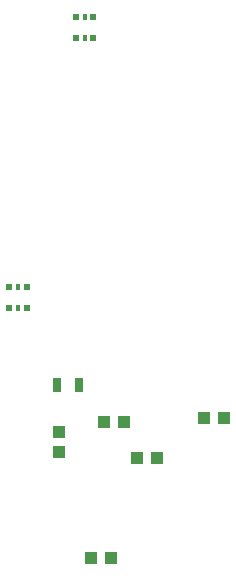
<source format=gbr>
G04 EAGLE Gerber X2 export*
%TF.Part,Single*%
%TF.FileFunction,Paste,Bot*%
%TF.FilePolarity,Positive*%
%TF.GenerationSoftware,Autodesk,EAGLE,8.6.0*%
%TF.CreationDate,2018-06-10T17:56:49Z*%
G75*
%MOMM*%
%FSLAX34Y34*%
%LPD*%
%AMOC8*
5,1,8,0,0,1.08239X$1,22.5*%
G01*
%ADD10R,1.000000X1.100000*%
%ADD11R,1.100000X1.000000*%
%ADD12R,0.800000X1.200000*%
%ADD13R,0.600000X0.600000*%
%ADD14R,0.400000X0.600000*%


D10*
X191135Y528565D03*
X191135Y511565D03*
D11*
X257248Y506095D03*
X274248Y506095D03*
D12*
X207755Y567690D03*
X189755Y567690D03*
D11*
X229308Y536893D03*
X246308Y536893D03*
X330763Y540068D03*
X313763Y540068D03*
X218513Y421323D03*
X235513Y421323D03*
D13*
X220352Y879712D03*
D14*
X212852Y879712D03*
D13*
X205352Y879712D03*
X220352Y861712D03*
D14*
X212852Y861712D03*
D13*
X205352Y861712D03*
X163964Y651366D03*
D14*
X156464Y651366D03*
D13*
X148964Y651366D03*
X163964Y633366D03*
D14*
X156464Y633366D03*
D13*
X148964Y633366D03*
M02*

</source>
